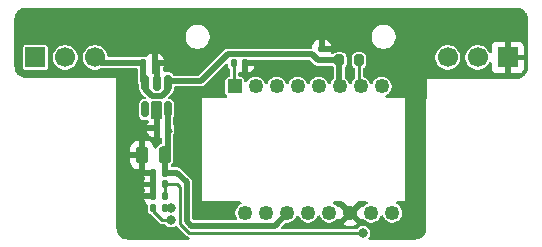
<source format=gbr>
G04 #@! TF.GenerationSoftware,KiCad,Pcbnew,9.0.2*
G04 #@! TF.CreationDate,2025-08-20T20:27:39-04:00*
G04 #@! TF.ProjectId,Trackball,54726163-6b62-4616-9c6c-2e6b69636164,rev?*
G04 #@! TF.SameCoordinates,Original*
G04 #@! TF.FileFunction,Copper,L1,Top*
G04 #@! TF.FilePolarity,Positive*
%FSLAX46Y46*%
G04 Gerber Fmt 4.6, Leading zero omitted, Abs format (unit mm)*
G04 Created by KiCad (PCBNEW 9.0.2) date 2025-08-20 20:27:39*
%MOMM*%
%LPD*%
G01*
G04 APERTURE LIST*
G04 Aperture macros list*
%AMRoundRect*
0 Rectangle with rounded corners*
0 $1 Rounding radius*
0 $2 $3 $4 $5 $6 $7 $8 $9 X,Y pos of 4 corners*
0 Add a 4 corners polygon primitive as box body*
4,1,4,$2,$3,$4,$5,$6,$7,$8,$9,$2,$3,0*
0 Add four circle primitives for the rounded corners*
1,1,$1+$1,$2,$3*
1,1,$1+$1,$4,$5*
1,1,$1+$1,$6,$7*
1,1,$1+$1,$8,$9*
0 Add four rect primitives between the rounded corners*
20,1,$1+$1,$2,$3,$4,$5,0*
20,1,$1+$1,$4,$5,$6,$7,0*
20,1,$1+$1,$6,$7,$8,$9,0*
20,1,$1+$1,$8,$9,$2,$3,0*%
G04 Aperture macros list end*
G04 #@! TA.AperFunction,SMDPad,CuDef*
%ADD10RoundRect,0.140000X0.170000X-0.140000X0.170000X0.140000X-0.170000X0.140000X-0.170000X-0.140000X0*%
G04 #@! TD*
G04 #@! TA.AperFunction,SMDPad,CuDef*
%ADD11RoundRect,0.140000X-0.140000X-0.170000X0.140000X-0.170000X0.140000X0.170000X-0.140000X0.170000X0*%
G04 #@! TD*
G04 #@! TA.AperFunction,SMDPad,CuDef*
%ADD12RoundRect,0.140000X0.140000X0.170000X-0.140000X0.170000X-0.140000X-0.170000X0.140000X-0.170000X0*%
G04 #@! TD*
G04 #@! TA.AperFunction,SMDPad,CuDef*
%ADD13RoundRect,0.150000X-0.150000X0.512500X-0.150000X-0.512500X0.150000X-0.512500X0.150000X0.512500X0*%
G04 #@! TD*
G04 #@! TA.AperFunction,SMDPad,CuDef*
%ADD14RoundRect,0.200000X-0.200000X-0.275000X0.200000X-0.275000X0.200000X0.275000X-0.200000X0.275000X0*%
G04 #@! TD*
G04 #@! TA.AperFunction,SMDPad,CuDef*
%ADD15RoundRect,0.250000X0.250000X0.475000X-0.250000X0.475000X-0.250000X-0.475000X0.250000X-0.475000X0*%
G04 #@! TD*
G04 #@! TA.AperFunction,ComponentPad*
%ADD16RoundRect,0.187500X-0.437500X-0.437500X0.437500X-0.437500X0.437500X0.437500X-0.437500X0.437500X0*%
G04 #@! TD*
G04 #@! TA.AperFunction,ComponentPad*
%ADD17O,1.250000X1.250000*%
G04 #@! TD*
G04 #@! TA.AperFunction,ComponentPad*
%ADD18R,1.700000X1.700000*%
G04 #@! TD*
G04 #@! TA.AperFunction,ComponentPad*
%ADD19C,1.700000*%
G04 #@! TD*
G04 #@! TA.AperFunction,ViaPad*
%ADD20C,0.800000*%
G04 #@! TD*
G04 #@! TA.AperFunction,Conductor*
%ADD21C,0.250000*%
G04 #@! TD*
G04 #@! TA.AperFunction,Conductor*
%ADD22C,0.500000*%
G04 #@! TD*
G04 APERTURE END LIST*
D10*
X118900000Y-165600000D03*
X118900000Y-164640000D03*
D11*
X104650000Y-178100000D03*
X105610000Y-178100000D03*
D12*
X105880000Y-171350000D03*
X104920000Y-171350000D03*
D11*
X103800000Y-165800000D03*
X104760000Y-165800000D03*
D12*
X105610000Y-175100000D03*
X104650000Y-175100000D03*
D13*
X105872000Y-167475000D03*
X104922000Y-167475000D03*
X103972000Y-167475000D03*
X103972000Y-169750000D03*
X105872000Y-169750000D03*
D11*
X111440000Y-165850000D03*
X112400000Y-165850000D03*
D14*
X120400000Y-165600000D03*
X122050000Y-165600000D03*
D12*
X105610000Y-176100000D03*
X104650000Y-176100000D03*
D15*
X105600000Y-173600000D03*
X103700000Y-173600000D03*
D12*
X105610000Y-177100000D03*
X104650000Y-177100000D03*
D16*
X111532000Y-167800000D03*
D17*
X113312000Y-167800000D03*
X115092000Y-167800000D03*
X116872000Y-167800000D03*
X118652000Y-167800000D03*
X120432000Y-167800000D03*
X122212000Y-167800000D03*
X123992000Y-167800000D03*
X124882000Y-178500000D03*
X123102000Y-178500000D03*
X121322000Y-178500000D03*
X119542000Y-178500000D03*
X117762000Y-178500000D03*
X115982000Y-178500000D03*
X114202000Y-178500000D03*
X112422000Y-178500000D03*
D18*
X94650000Y-165350000D03*
D19*
X97190000Y-165350000D03*
X99730000Y-165350000D03*
D18*
X134650000Y-165350000D03*
D19*
X132110000Y-165350000D03*
X129570000Y-165350000D03*
D20*
X109650000Y-178600000D03*
X102400000Y-164899000D03*
X126900000Y-179850000D03*
X107650000Y-173100000D03*
X134650000Y-162600000D03*
X115900000Y-162600000D03*
X126900000Y-174600000D03*
X94400000Y-162600000D03*
X102650000Y-179600000D03*
X104972000Y-169720437D03*
X115900000Y-166350000D03*
X106900000Y-168600000D03*
X126900000Y-171350000D03*
X125900000Y-162600000D03*
X103900000Y-162600000D03*
X122399047Y-180200000D03*
X106145495Y-179112508D03*
X106162653Y-178112653D03*
D21*
X121322000Y-178500000D02*
X122273000Y-179451000D01*
X122273000Y-179451000D02*
X126501000Y-179451000D01*
X126501000Y-179451000D02*
X126900000Y-179850000D01*
X121477303Y-178500000D02*
X121322000Y-178500000D01*
D22*
X104922000Y-167475000D02*
X104922000Y-165962000D01*
X109461677Y-178600000D02*
X109650000Y-178600000D01*
X103900000Y-163399000D02*
X102400000Y-164899000D01*
X104922000Y-165962000D02*
X104760000Y-165800000D01*
X103900000Y-162600000D02*
X103900000Y-163399000D01*
D21*
X106900000Y-176350000D02*
X106617706Y-176067706D01*
X122399047Y-180200000D02*
X107685413Y-180200000D01*
X106900000Y-179414587D02*
X106900000Y-176350000D01*
X107685413Y-180200000D02*
X106900000Y-179414587D01*
X105610000Y-177067706D02*
X105610000Y-176083853D01*
X106617706Y-176067706D02*
X105650000Y-176067706D01*
D22*
X107476000Y-175926000D02*
X107476000Y-179175999D01*
X105630000Y-175100000D02*
X106650000Y-175100000D01*
X114906000Y-179576000D02*
X115982000Y-178500000D01*
X107876000Y-179576000D02*
X114906000Y-179576000D01*
X105600000Y-173600000D02*
X105900000Y-173900000D01*
X105872000Y-169750000D02*
X105872000Y-171342000D01*
X107476000Y-179175999D02*
X107876000Y-179576000D01*
D21*
X105872000Y-171342000D02*
X105880000Y-171350000D01*
X105872000Y-171342000D02*
X106100000Y-171570000D01*
D22*
X106650000Y-175100000D02*
X107476000Y-175926000D01*
X105650000Y-173900000D02*
X105650000Y-175100000D01*
D21*
X105872000Y-173328000D02*
X105600000Y-173600000D01*
D22*
X105872000Y-171342000D02*
X105872000Y-173328000D01*
D21*
X105880000Y-173320000D02*
X105600000Y-173600000D01*
D22*
X103972000Y-167475000D02*
X103972000Y-168041600D01*
X105872000Y-167475000D02*
X105997000Y-167350000D01*
X105872000Y-168072000D02*
X105872000Y-167475000D01*
X103972000Y-168041600D02*
X104518900Y-168588500D01*
X110926000Y-165074000D02*
X118064001Y-165074000D01*
X118900000Y-165600000D02*
X120400000Y-165600000D01*
X100180000Y-165800000D02*
X103800000Y-165800000D01*
D21*
X99730000Y-165350000D02*
X99730000Y-165020000D01*
D22*
X120400000Y-167768000D02*
X120432000Y-167800000D01*
X99730000Y-165350000D02*
X100180000Y-165800000D01*
X103800000Y-167303000D02*
X103972000Y-167475000D01*
X118064001Y-165074000D02*
X118590001Y-165600000D01*
X105997000Y-167350000D02*
X108650000Y-167350000D01*
X120400000Y-165600000D02*
X120400000Y-167768000D01*
X108650000Y-167350000D02*
X110926000Y-165074000D01*
X104518900Y-168588500D02*
X105355500Y-168588500D01*
D21*
X99730000Y-165020000D02*
X99900000Y-164850000D01*
D22*
X118590001Y-165600000D02*
X118900000Y-165600000D01*
X105355500Y-168588500D02*
X105872000Y-168072000D01*
X103800000Y-165800000D02*
X103800000Y-167303000D01*
D21*
X105387204Y-179112508D02*
X104650000Y-178375304D01*
X106145495Y-179112508D02*
X105387204Y-179112508D01*
X104650000Y-178375304D02*
X104650000Y-178100000D01*
X106150000Y-178100000D02*
X106162653Y-178112653D01*
X105675306Y-178100000D02*
X106150000Y-178100000D01*
X111500000Y-167768000D02*
X111532000Y-167800000D01*
X111500000Y-165650000D02*
X111500000Y-167768000D01*
X122050000Y-165600000D02*
X122050000Y-167638000D01*
X122050000Y-167638000D02*
X122212000Y-167800000D01*
G04 #@! TA.AperFunction,Conductor*
G36*
X135405394Y-161125971D02*
G01*
X135558410Y-161139359D01*
X135579695Y-161143111D01*
X135722826Y-161181463D01*
X135743123Y-161188851D01*
X135877430Y-161251479D01*
X135896133Y-161262278D01*
X136017514Y-161347271D01*
X136034071Y-161361164D01*
X136138835Y-161465928D01*
X136152728Y-161482485D01*
X136237721Y-161603866D01*
X136248522Y-161622573D01*
X136311146Y-161756870D01*
X136318536Y-161777175D01*
X136356887Y-161920303D01*
X136360640Y-161941590D01*
X136374017Y-162094490D01*
X136374489Y-162105512D01*
X136367438Y-166165934D01*
X136367438Y-166165975D01*
X136367399Y-166184598D01*
X136367393Y-166184608D01*
X136367393Y-166187734D01*
X136367379Y-166187778D01*
X136366921Y-166198285D01*
X136353534Y-166351305D01*
X136349781Y-166372591D01*
X136311432Y-166515716D01*
X136304039Y-166536027D01*
X136241424Y-166670307D01*
X136230617Y-166689027D01*
X136145625Y-166810407D01*
X136131731Y-166826964D01*
X136026964Y-166931731D01*
X136010407Y-166945625D01*
X135889027Y-167030617D01*
X135870307Y-167041424D01*
X135736027Y-167104039D01*
X135715716Y-167111432D01*
X135572591Y-167149781D01*
X135551305Y-167153534D01*
X135402703Y-167166534D01*
X135402692Y-167166535D01*
X135392893Y-167167393D01*
X135384608Y-167167393D01*
X135381008Y-167170008D01*
X135362700Y-167172940D01*
X135357295Y-167172250D01*
X135343095Y-167174500D01*
X127799204Y-167174500D01*
X127789454Y-167174494D01*
X127789453Y-167174494D01*
X127789435Y-167174501D01*
X127783146Y-167180789D01*
X127783122Y-167180814D01*
X127781150Y-167182787D01*
X127774507Y-167189423D01*
X127774506Y-167189431D01*
X127774500Y-167189438D01*
X127774500Y-167200726D01*
X127772414Y-170568984D01*
X127766719Y-179763575D01*
X127766717Y-179764170D01*
X127766613Y-179783203D01*
X127766589Y-179783238D01*
X127766596Y-179786481D01*
X127766593Y-179787044D01*
X127766550Y-179787187D01*
X127766146Y-179796919D01*
X127753061Y-179950195D01*
X127749344Y-179971519D01*
X127711209Y-180114908D01*
X127703842Y-180135260D01*
X127641352Y-180269839D01*
X127630557Y-180288601D01*
X127545616Y-180410263D01*
X127531724Y-180426861D01*
X127426919Y-180531902D01*
X127410351Y-180545832D01*
X127288879Y-180631046D01*
X127270144Y-180641881D01*
X127259895Y-180646669D01*
X127135709Y-180704672D01*
X127115374Y-180712084D01*
X126972061Y-180750544D01*
X126950744Y-180754309D01*
X126797747Y-180767714D01*
X126786972Y-180768187D01*
X126784406Y-180768187D01*
X126784358Y-180768188D01*
X126783823Y-180768188D01*
X126783822Y-180768188D01*
X126770108Y-180768190D01*
X122977480Y-180768831D01*
X122910437Y-180749158D01*
X122864673Y-180696362D01*
X122854718Y-180627205D01*
X122876215Y-180576165D01*
X122875504Y-180575755D01*
X122878771Y-180570094D01*
X122879094Y-180569330D01*
X122879555Y-180568727D01*
X122879567Y-180568716D01*
X122958624Y-180431784D01*
X122999547Y-180279057D01*
X122999547Y-180120943D01*
X122958624Y-179968216D01*
X122948220Y-179950195D01*
X122879571Y-179831290D01*
X122879565Y-179831282D01*
X122767764Y-179719481D01*
X122767756Y-179719475D01*
X122630837Y-179640426D01*
X122630833Y-179640424D01*
X122630831Y-179640423D01*
X122478104Y-179599500D01*
X122319990Y-179599500D01*
X122167263Y-179640423D01*
X122167256Y-179640426D01*
X122030337Y-179719475D01*
X122030329Y-179719481D01*
X121912780Y-179837031D01*
X121910534Y-179834785D01*
X121866192Y-179867179D01*
X121824217Y-179874500D01*
X115543965Y-179874500D01*
X115476926Y-179854815D01*
X115431171Y-179802011D01*
X115421227Y-179732853D01*
X115450252Y-179669297D01*
X115456284Y-179662819D01*
X115602277Y-179516826D01*
X115764505Y-179354597D01*
X115825826Y-179321114D01*
X115876376Y-179320663D01*
X115900692Y-179325500D01*
X115900695Y-179325500D01*
X116063307Y-179325500D01*
X116170598Y-179304157D01*
X116222789Y-179293776D01*
X116373021Y-179231548D01*
X116373023Y-179231547D01*
X116440169Y-179186680D01*
X116508225Y-179141208D01*
X116623208Y-179026225D01*
X116713548Y-178891021D01*
X116757439Y-178785059D01*
X116801280Y-178730655D01*
X116867574Y-178708590D01*
X116935273Y-178725869D01*
X116982884Y-178777006D01*
X116986561Y-178785059D01*
X117030450Y-178891019D01*
X117030452Y-178891023D01*
X117120788Y-179026220D01*
X117120794Y-179026228D01*
X117235771Y-179141205D01*
X117235779Y-179141211D01*
X117370976Y-179231547D01*
X117370980Y-179231549D01*
X117517807Y-179292366D01*
X117521211Y-179293776D01*
X117521215Y-179293776D01*
X117521216Y-179293777D01*
X117680692Y-179325500D01*
X117680695Y-179325500D01*
X117843307Y-179325500D01*
X117950598Y-179304157D01*
X118002789Y-179293776D01*
X118153021Y-179231548D01*
X118153023Y-179231547D01*
X118220169Y-179186680D01*
X118288225Y-179141208D01*
X118403208Y-179026225D01*
X118493548Y-178891021D01*
X118537439Y-178785059D01*
X118581280Y-178730655D01*
X118647574Y-178708590D01*
X118715273Y-178725869D01*
X118762884Y-178777006D01*
X118766561Y-178785059D01*
X118810450Y-178891019D01*
X118810452Y-178891023D01*
X118900788Y-179026220D01*
X118900794Y-179026228D01*
X119015771Y-179141205D01*
X119015779Y-179141211D01*
X119150976Y-179231547D01*
X119150980Y-179231549D01*
X119297807Y-179292366D01*
X119301211Y-179293776D01*
X119301215Y-179293776D01*
X119301216Y-179293777D01*
X119460692Y-179325500D01*
X119460695Y-179325500D01*
X119623307Y-179325500D01*
X119730598Y-179304157D01*
X119782789Y-179293776D01*
X119933021Y-179231548D01*
X119933023Y-179231547D01*
X120000169Y-179186680D01*
X120068225Y-179141208D01*
X120158118Y-179051314D01*
X120219439Y-179017831D01*
X120289131Y-179022815D01*
X120345065Y-179064686D01*
X120356282Y-179082701D01*
X120359807Y-179089620D01*
X120359816Y-179089635D01*
X120367809Y-179100634D01*
X120367811Y-179100635D01*
X120947000Y-178521446D01*
X120947000Y-178549370D01*
X120972556Y-178644745D01*
X121021925Y-178730255D01*
X121091745Y-178800075D01*
X121177255Y-178849444D01*
X121272630Y-178875000D01*
X121300554Y-178875000D01*
X120721364Y-179454189D01*
X120732368Y-179462185D01*
X120890149Y-179542579D01*
X120890152Y-179542580D01*
X121058560Y-179597298D01*
X121233456Y-179625000D01*
X121410544Y-179625000D01*
X121585439Y-179597298D01*
X121753847Y-179542580D01*
X121753850Y-179542578D01*
X121911633Y-179462184D01*
X121922634Y-179454189D01*
X121922635Y-179454188D01*
X121343447Y-178875000D01*
X121371370Y-178875000D01*
X121466745Y-178849444D01*
X121552255Y-178800075D01*
X121622075Y-178730255D01*
X121671444Y-178644745D01*
X121697000Y-178549370D01*
X121697000Y-178521446D01*
X122276189Y-179100635D01*
X122276189Y-179100634D01*
X122284185Y-179089631D01*
X122287715Y-179082705D01*
X122335688Y-179031908D01*
X122403508Y-179015111D01*
X122469644Y-179037647D01*
X122485882Y-179051316D01*
X122575771Y-179141205D01*
X122575779Y-179141211D01*
X122710976Y-179231547D01*
X122710980Y-179231549D01*
X122857807Y-179292366D01*
X122861211Y-179293776D01*
X122861215Y-179293776D01*
X122861216Y-179293777D01*
X123020692Y-179325500D01*
X123020695Y-179325500D01*
X123183307Y-179325500D01*
X123290598Y-179304157D01*
X123342789Y-179293776D01*
X123493021Y-179231548D01*
X123493023Y-179231547D01*
X123560169Y-179186680D01*
X123628225Y-179141208D01*
X123743208Y-179026225D01*
X123833548Y-178891021D01*
X123877439Y-178785059D01*
X123921280Y-178730655D01*
X123987574Y-178708590D01*
X124055273Y-178725869D01*
X124102884Y-178777006D01*
X124106561Y-178785059D01*
X124150450Y-178891019D01*
X124150452Y-178891023D01*
X124240788Y-179026220D01*
X124240794Y-179026228D01*
X124355771Y-179141205D01*
X124355779Y-179141211D01*
X124490976Y-179231547D01*
X124490980Y-179231549D01*
X124637807Y-179292366D01*
X124641211Y-179293776D01*
X124641215Y-179293776D01*
X124641216Y-179293777D01*
X124800692Y-179325500D01*
X124800695Y-179325500D01*
X124963307Y-179325500D01*
X125070598Y-179304157D01*
X125122789Y-179293776D01*
X125273021Y-179231548D01*
X125273023Y-179231547D01*
X125340169Y-179186680D01*
X125408225Y-179141208D01*
X125523208Y-179026225D01*
X125613548Y-178891021D01*
X125675776Y-178740789D01*
X125694881Y-178644745D01*
X125707500Y-178581307D01*
X125707500Y-178418692D01*
X125675777Y-178259216D01*
X125675776Y-178259215D01*
X125675776Y-178259211D01*
X125630770Y-178150556D01*
X125613549Y-178108980D01*
X125613547Y-178108976D01*
X125523211Y-177973779D01*
X125523205Y-177973771D01*
X125408228Y-177858794D01*
X125408220Y-177858788D01*
X125273024Y-177768453D01*
X125262420Y-177764061D01*
X125208017Y-177720219D01*
X125185953Y-177653925D01*
X125203233Y-177586226D01*
X125254370Y-177538616D01*
X125309874Y-177525500D01*
X125962562Y-177525500D01*
X125977500Y-177510562D01*
X125977500Y-168789438D01*
X125962562Y-168774500D01*
X124419874Y-168774500D01*
X124352835Y-168754815D01*
X124307080Y-168702011D01*
X124297136Y-168632853D01*
X124326161Y-168569297D01*
X124372420Y-168535939D01*
X124383021Y-168531548D01*
X124518225Y-168441208D01*
X124633208Y-168326225D01*
X124701083Y-168224643D01*
X124723547Y-168191023D01*
X124723549Y-168191019D01*
X124765851Y-168088893D01*
X124785776Y-168040789D01*
X124808908Y-167924500D01*
X124817500Y-167881307D01*
X124817500Y-167718692D01*
X124785777Y-167559216D01*
X124785776Y-167559215D01*
X124785776Y-167559211D01*
X124767439Y-167514941D01*
X124723549Y-167408980D01*
X124723547Y-167408976D01*
X124633211Y-167273779D01*
X124633205Y-167273771D01*
X124518228Y-167158794D01*
X124518220Y-167158788D01*
X124383023Y-167068452D01*
X124383019Y-167068450D01*
X124232793Y-167006225D01*
X124232783Y-167006222D01*
X124073307Y-166974500D01*
X124073305Y-166974500D01*
X123910695Y-166974500D01*
X123910693Y-166974500D01*
X123751216Y-167006222D01*
X123751206Y-167006225D01*
X123600980Y-167068450D01*
X123600976Y-167068452D01*
X123465779Y-167158788D01*
X123465771Y-167158794D01*
X123350794Y-167273771D01*
X123350788Y-167273779D01*
X123260452Y-167408976D01*
X123216561Y-167514941D01*
X123172720Y-167569344D01*
X123106426Y-167591409D01*
X123038727Y-167574130D01*
X122991116Y-167522993D01*
X122987439Y-167514941D01*
X122943547Y-167408976D01*
X122853211Y-167273779D01*
X122853205Y-167273771D01*
X122738228Y-167158794D01*
X122738220Y-167158788D01*
X122603022Y-167068452D01*
X122452047Y-167005916D01*
X122397644Y-166962075D01*
X122375579Y-166895781D01*
X122375500Y-166891355D01*
X122375500Y-166336533D01*
X122395185Y-166269494D01*
X122443203Y-166226049D01*
X122488342Y-166203050D01*
X122578050Y-166113342D01*
X122635646Y-166000304D01*
X122635646Y-166000302D01*
X122635647Y-166000301D01*
X122650499Y-165906524D01*
X122650500Y-165906519D01*
X122650499Y-165293482D01*
X122649868Y-165289500D01*
X122645171Y-165259839D01*
X122643063Y-165246530D01*
X128519500Y-165246530D01*
X128519500Y-165453469D01*
X128559868Y-165656412D01*
X128559870Y-165656420D01*
X128625939Y-165815925D01*
X128639059Y-165847598D01*
X128678432Y-165906524D01*
X128754024Y-166019657D01*
X128900342Y-166165975D01*
X128900345Y-166165977D01*
X129072402Y-166280941D01*
X129263580Y-166360130D01*
X129408052Y-166388867D01*
X129466530Y-166400499D01*
X129466534Y-166400500D01*
X129466535Y-166400500D01*
X129673466Y-166400500D01*
X129673467Y-166400499D01*
X129876420Y-166360130D01*
X130067598Y-166280941D01*
X130239655Y-166165977D01*
X130385977Y-166019655D01*
X130500941Y-165847598D01*
X130580130Y-165656420D01*
X130620500Y-165453465D01*
X130620500Y-165246535D01*
X130620499Y-165246530D01*
X131059500Y-165246530D01*
X131059500Y-165453469D01*
X131099868Y-165656412D01*
X131099870Y-165656420D01*
X131165939Y-165815925D01*
X131179059Y-165847598D01*
X131218432Y-165906524D01*
X131294024Y-166019657D01*
X131440342Y-166165975D01*
X131440345Y-166165977D01*
X131612402Y-166280941D01*
X131803580Y-166360130D01*
X131948052Y-166388867D01*
X132006530Y-166400499D01*
X132006534Y-166400500D01*
X132006535Y-166400500D01*
X132213466Y-166400500D01*
X132213467Y-166400499D01*
X132416420Y-166360130D01*
X132607598Y-166280941D01*
X132779655Y-166165977D01*
X132925977Y-166019655D01*
X133040941Y-165847598D01*
X133061439Y-165798112D01*
X133105279Y-165743708D01*
X133171573Y-165721643D01*
X133239273Y-165738922D01*
X133286884Y-165790059D01*
X133300000Y-165845564D01*
X133300000Y-166247844D01*
X133306401Y-166307372D01*
X133306403Y-166307379D01*
X133356645Y-166442086D01*
X133356649Y-166442093D01*
X133442809Y-166557187D01*
X133442812Y-166557190D01*
X133557906Y-166643350D01*
X133557913Y-166643354D01*
X133692620Y-166693596D01*
X133692627Y-166693598D01*
X133752155Y-166699999D01*
X133752172Y-166700000D01*
X134400000Y-166700000D01*
X134400000Y-165783012D01*
X134457007Y-165815925D01*
X134584174Y-165850000D01*
X134715826Y-165850000D01*
X134842993Y-165815925D01*
X134900000Y-165783012D01*
X134900000Y-166700000D01*
X135547828Y-166700000D01*
X135547844Y-166699999D01*
X135607372Y-166693598D01*
X135607379Y-166693596D01*
X135742086Y-166643354D01*
X135742093Y-166643350D01*
X135857187Y-166557190D01*
X135857190Y-166557187D01*
X135943350Y-166442093D01*
X135943354Y-166442086D01*
X135993596Y-166307379D01*
X135993598Y-166307372D01*
X135999999Y-166247844D01*
X136000000Y-166247827D01*
X136000000Y-165600000D01*
X135083012Y-165600000D01*
X135115925Y-165542993D01*
X135150000Y-165415826D01*
X135150000Y-165284174D01*
X135115925Y-165157007D01*
X135083012Y-165100000D01*
X136000000Y-165100000D01*
X136000000Y-164452172D01*
X135999999Y-164452155D01*
X135993598Y-164392627D01*
X135993596Y-164392620D01*
X135943354Y-164257913D01*
X135943350Y-164257906D01*
X135857190Y-164142812D01*
X135857187Y-164142809D01*
X135742093Y-164056649D01*
X135742086Y-164056645D01*
X135607379Y-164006403D01*
X135607372Y-164006401D01*
X135547844Y-164000000D01*
X134900000Y-164000000D01*
X134900000Y-164916988D01*
X134842993Y-164884075D01*
X134715826Y-164850000D01*
X134584174Y-164850000D01*
X134457007Y-164884075D01*
X134400000Y-164916988D01*
X134400000Y-164000000D01*
X133752155Y-164000000D01*
X133692627Y-164006401D01*
X133692620Y-164006403D01*
X133557913Y-164056645D01*
X133557906Y-164056649D01*
X133442812Y-164142809D01*
X133442809Y-164142812D01*
X133356649Y-164257906D01*
X133356645Y-164257913D01*
X133306403Y-164392620D01*
X133306401Y-164392627D01*
X133300000Y-164452155D01*
X133300000Y-164854435D01*
X133280315Y-164921474D01*
X133227511Y-164967229D01*
X133158353Y-164977173D01*
X133094797Y-164948148D01*
X133061439Y-164901888D01*
X133040941Y-164852403D01*
X133040941Y-164852402D01*
X132925977Y-164680345D01*
X132925975Y-164680342D01*
X132779657Y-164534024D01*
X132657130Y-164452155D01*
X132607598Y-164419059D01*
X132559386Y-164399089D01*
X132416420Y-164339870D01*
X132416412Y-164339868D01*
X132213469Y-164299500D01*
X132213465Y-164299500D01*
X132006535Y-164299500D01*
X132006530Y-164299500D01*
X131803587Y-164339868D01*
X131803579Y-164339870D01*
X131612403Y-164419058D01*
X131440342Y-164534024D01*
X131294024Y-164680342D01*
X131179058Y-164852403D01*
X131099870Y-165043579D01*
X131099868Y-165043587D01*
X131059500Y-165246530D01*
X130620499Y-165246530D01*
X130580130Y-165043580D01*
X130500941Y-164852402D01*
X130385977Y-164680345D01*
X130385975Y-164680342D01*
X130239657Y-164534024D01*
X130117130Y-164452155D01*
X130067598Y-164419059D01*
X130019386Y-164399089D01*
X129876420Y-164339870D01*
X129876412Y-164339868D01*
X129673469Y-164299500D01*
X129673465Y-164299500D01*
X129466535Y-164299500D01*
X129466530Y-164299500D01*
X129263587Y-164339868D01*
X129263579Y-164339870D01*
X129072403Y-164419058D01*
X128900342Y-164534024D01*
X128754024Y-164680342D01*
X128639058Y-164852403D01*
X128559870Y-165043579D01*
X128559868Y-165043587D01*
X128519500Y-165246530D01*
X122643063Y-165246530D01*
X122635646Y-165199696D01*
X122578050Y-165086658D01*
X122578046Y-165086654D01*
X122578045Y-165086652D01*
X122488347Y-164996954D01*
X122488344Y-164996952D01*
X122488342Y-164996950D01*
X122396004Y-164949901D01*
X122375301Y-164939352D01*
X122281524Y-164924500D01*
X121818482Y-164924500D01*
X121737519Y-164937323D01*
X121724696Y-164939354D01*
X121611658Y-164996950D01*
X121611657Y-164996951D01*
X121611652Y-164996954D01*
X121521954Y-165086652D01*
X121521951Y-165086657D01*
X121464352Y-165199698D01*
X121449500Y-165293475D01*
X121449500Y-165906517D01*
X121460188Y-165974000D01*
X121464354Y-166000304D01*
X121521950Y-166113342D01*
X121521952Y-166113344D01*
X121521954Y-166113347D01*
X121611652Y-166203045D01*
X121611654Y-166203046D01*
X121611658Y-166203050D01*
X121656796Y-166226049D01*
X121707591Y-166274023D01*
X121724500Y-166336533D01*
X121724500Y-167068704D01*
X121704815Y-167135743D01*
X121688181Y-167156385D01*
X121570794Y-167273771D01*
X121570788Y-167273779D01*
X121480452Y-167408976D01*
X121436561Y-167514941D01*
X121392720Y-167569344D01*
X121326426Y-167591409D01*
X121258727Y-167574130D01*
X121211116Y-167522993D01*
X121207439Y-167514941D01*
X121163547Y-167408976D01*
X121073211Y-167273779D01*
X121073205Y-167273771D01*
X120958228Y-167158794D01*
X120905608Y-167123634D01*
X120860804Y-167070021D01*
X120850500Y-167020532D01*
X120850500Y-166242254D01*
X120870185Y-166175215D01*
X120886820Y-166154572D01*
X120928046Y-166113346D01*
X120928050Y-166113342D01*
X120985646Y-166000304D01*
X120985646Y-166000302D01*
X120985647Y-166000301D01*
X121000499Y-165906524D01*
X121000500Y-165906519D01*
X121000499Y-165293482D01*
X120985646Y-165199696D01*
X120928050Y-165086658D01*
X120928046Y-165086654D01*
X120928045Y-165086652D01*
X120838347Y-164996954D01*
X120838344Y-164996952D01*
X120838342Y-164996950D01*
X120746004Y-164949901D01*
X120725301Y-164939352D01*
X120631524Y-164924500D01*
X120168482Y-164924500D01*
X120087519Y-164937323D01*
X120074696Y-164939354D01*
X119961658Y-164996950D01*
X119961657Y-164996951D01*
X119961655Y-164996951D01*
X119896901Y-165061706D01*
X119835577Y-165095190D01*
X119765886Y-165090205D01*
X119709952Y-165048334D01*
X119685536Y-164982869D01*
X119690144Y-164939429D01*
X119704505Y-164890000D01*
X119024000Y-164890000D01*
X118956961Y-164870315D01*
X118911206Y-164817511D01*
X118900000Y-164766000D01*
X118900000Y-164640000D01*
X118774000Y-164640000D01*
X118706961Y-164620315D01*
X118661206Y-164567511D01*
X118650000Y-164516000D01*
X118650000Y-164390000D01*
X119150000Y-164390000D01*
X119704504Y-164390000D01*
X119662031Y-164243804D01*
X119579721Y-164104625D01*
X119579714Y-164104616D01*
X119465383Y-163990285D01*
X119465374Y-163990278D01*
X119326195Y-163907968D01*
X119326190Y-163907966D01*
X119170918Y-163862855D01*
X119170912Y-163862854D01*
X119150000Y-163861209D01*
X119150000Y-164390000D01*
X118650000Y-164390000D01*
X118650000Y-163861210D01*
X118649999Y-163861209D01*
X118629087Y-163862854D01*
X118629081Y-163862855D01*
X118473809Y-163907966D01*
X118473804Y-163907968D01*
X118334625Y-163990278D01*
X118334616Y-163990285D01*
X118220285Y-164104616D01*
X118220278Y-164104625D01*
X118137969Y-164243803D01*
X118092854Y-164399089D01*
X118092854Y-164399092D01*
X118090000Y-164435355D01*
X118090000Y-164499500D01*
X118070315Y-164566539D01*
X118017511Y-164612294D01*
X117966000Y-164623500D01*
X110866691Y-164623500D01*
X110776325Y-164647713D01*
X110776324Y-164647712D01*
X110752116Y-164654199D01*
X110752113Y-164654200D01*
X110649386Y-164713511D01*
X110649383Y-164713513D01*
X108499716Y-166863181D01*
X108438393Y-166896666D01*
X108412035Y-166899500D01*
X106458747Y-166899500D01*
X106391708Y-166879815D01*
X106347346Y-166829960D01*
X106346344Y-166827910D01*
X106311198Y-166756017D01*
X106311196Y-166756015D01*
X106311196Y-166756014D01*
X106228485Y-166673303D01*
X106123391Y-166621926D01*
X106055261Y-166612000D01*
X106055260Y-166612000D01*
X105690033Y-166612000D01*
X105660143Y-166603223D01*
X105629752Y-166596361D01*
X105626101Y-166593227D01*
X105622994Y-166592315D01*
X105601664Y-166574989D01*
X105471245Y-166442501D01*
X105454923Y-166412041D01*
X105438448Y-166381870D01*
X105438484Y-166381364D01*
X105438244Y-166380916D01*
X105440972Y-166346562D01*
X105443432Y-166312178D01*
X105443758Y-166311493D01*
X105443777Y-166311265D01*
X105444021Y-166310943D01*
X105452883Y-166292389D01*
X105492032Y-166226193D01*
X105492033Y-166226190D01*
X105537144Y-166070918D01*
X105537145Y-166070912D01*
X105538790Y-166050000D01*
X105010000Y-166050000D01*
X105010000Y-166182500D01*
X105048000Y-166182500D01*
X105115039Y-166202185D01*
X105160794Y-166254989D01*
X105172000Y-166306500D01*
X105172000Y-167351000D01*
X105152315Y-167418039D01*
X105099511Y-167463794D01*
X105048000Y-167475000D01*
X104796000Y-167475000D01*
X104728961Y-167455315D01*
X104683206Y-167402511D01*
X104672000Y-167351000D01*
X104672000Y-166740000D01*
X104634000Y-166740000D01*
X104566961Y-166720315D01*
X104521206Y-166667511D01*
X104510000Y-166616000D01*
X104510000Y-164995494D01*
X105010000Y-164995494D01*
X105010000Y-165550000D01*
X105538790Y-165550000D01*
X105537145Y-165529089D01*
X105492031Y-165373804D01*
X105409721Y-165234625D01*
X105409714Y-165234616D01*
X105295383Y-165120285D01*
X105295374Y-165120278D01*
X105156193Y-165037967D01*
X105156190Y-165037965D01*
X105010001Y-164995493D01*
X105010000Y-164995494D01*
X104510000Y-164995494D01*
X104509998Y-164995493D01*
X104363809Y-165037965D01*
X104363806Y-165037967D01*
X104224625Y-165120278D01*
X104224620Y-165120282D01*
X104110282Y-165234621D01*
X104105499Y-165240788D01*
X104103544Y-165239272D01*
X104061362Y-165278644D01*
X103992618Y-165291135D01*
X103989537Y-165290768D01*
X103979904Y-165289500D01*
X103620105Y-165289500D01*
X103607686Y-165291135D01*
X103570513Y-165296028D01*
X103570511Y-165296029D01*
X103570509Y-165296029D01*
X103480757Y-165337882D01*
X103428352Y-165349500D01*
X100902745Y-165349500D01*
X100835706Y-165329815D01*
X100789951Y-165277011D01*
X100781128Y-165249691D01*
X100755231Y-165119500D01*
X100740130Y-165043580D01*
X100660941Y-164852402D01*
X100545977Y-164680345D01*
X100545975Y-164680342D01*
X100399657Y-164534024D01*
X100277130Y-164452155D01*
X100227598Y-164419059D01*
X100179386Y-164399089D01*
X100036420Y-164339870D01*
X100036412Y-164339868D01*
X99833469Y-164299500D01*
X99833465Y-164299500D01*
X99626535Y-164299500D01*
X99626530Y-164299500D01*
X99423587Y-164339868D01*
X99423579Y-164339870D01*
X99232403Y-164419058D01*
X99060342Y-164534024D01*
X98914024Y-164680342D01*
X98799058Y-164852403D01*
X98719870Y-165043579D01*
X98719868Y-165043587D01*
X98679500Y-165246530D01*
X98679500Y-165453469D01*
X98719868Y-165656412D01*
X98719870Y-165656420D01*
X98785939Y-165815925D01*
X98799059Y-165847598D01*
X98838432Y-165906524D01*
X98914024Y-166019657D01*
X99060342Y-166165975D01*
X99060345Y-166165977D01*
X99232402Y-166280941D01*
X99423580Y-166360130D01*
X99568052Y-166388867D01*
X99626530Y-166400499D01*
X99626534Y-166400500D01*
X99626535Y-166400500D01*
X99833466Y-166400500D01*
X99833467Y-166400499D01*
X100036420Y-166360130D01*
X100227598Y-166280941D01*
X100241882Y-166271396D01*
X100308559Y-166250520D01*
X100310771Y-166250500D01*
X103225500Y-166250500D01*
X103292539Y-166270185D01*
X103338294Y-166322989D01*
X103349500Y-166374500D01*
X103349500Y-167362308D01*
X103370986Y-167442499D01*
X103380200Y-167476885D01*
X103380200Y-167476886D01*
X103380201Y-167476887D01*
X103439511Y-167579614D01*
X103439514Y-167579617D01*
X103444458Y-167586060D01*
X103442067Y-167587894D01*
X103468666Y-167636607D01*
X103471500Y-167662965D01*
X103471500Y-168020760D01*
X103481426Y-168088891D01*
X103532803Y-168193985D01*
X103537781Y-168198963D01*
X103557487Y-168224643D01*
X103611511Y-168318214D01*
X103611513Y-168318216D01*
X103968616Y-168675319D01*
X104002101Y-168736642D01*
X103997117Y-168806334D01*
X103955245Y-168862267D01*
X103889781Y-168886684D01*
X103880935Y-168887000D01*
X103788739Y-168887000D01*
X103720608Y-168896926D01*
X103615514Y-168948303D01*
X103532803Y-169031014D01*
X103481426Y-169136108D01*
X103471500Y-169204239D01*
X103471500Y-170295760D01*
X103481426Y-170363891D01*
X103532803Y-170468985D01*
X103615514Y-170551696D01*
X103615515Y-170551696D01*
X103615517Y-170551698D01*
X103720607Y-170603073D01*
X103754673Y-170608036D01*
X103788739Y-170613000D01*
X104154383Y-170613000D01*
X104221422Y-170632685D01*
X104267177Y-170685489D01*
X104277121Y-170754647D01*
X104261115Y-170800121D01*
X104187968Y-170923804D01*
X104187966Y-170923809D01*
X104142855Y-171079081D01*
X104142854Y-171079087D01*
X104141209Y-171099999D01*
X104141210Y-171100000D01*
X104670000Y-171100000D01*
X104670000Y-170545494D01*
X104669998Y-170545493D01*
X104593804Y-170567630D01*
X104523934Y-170567431D01*
X104465264Y-170529489D01*
X104436421Y-170465850D01*
X104446562Y-170396721D01*
X104447809Y-170394093D01*
X104462573Y-170363892D01*
X104472500Y-170295760D01*
X104472500Y-169204240D01*
X104469096Y-169180879D01*
X104478908Y-169111702D01*
X104524563Y-169058812D01*
X104591566Y-169039000D01*
X105252200Y-169039000D01*
X105319239Y-169058685D01*
X105364994Y-169111489D01*
X105374938Y-169180647D01*
X105374904Y-169180879D01*
X105371500Y-169204240D01*
X105371500Y-170295760D01*
X105381426Y-170363892D01*
X105381426Y-170363893D01*
X105396853Y-170395449D01*
X105408611Y-170464322D01*
X105381268Y-170528619D01*
X105323503Y-170567925D01*
X105253657Y-170569762D01*
X105250857Y-170568984D01*
X105170001Y-170545493D01*
X105170000Y-170545494D01*
X105170000Y-172154503D01*
X105262906Y-172127513D01*
X105332775Y-172127713D01*
X105391445Y-172165656D01*
X105420288Y-172229294D01*
X105421500Y-172246590D01*
X105421500Y-172550500D01*
X105401815Y-172617539D01*
X105349011Y-172663294D01*
X105298624Y-172674255D01*
X105298630Y-172674364D01*
X105297986Y-172674394D01*
X105297500Y-172674500D01*
X105295730Y-172674500D01*
X105265300Y-172677353D01*
X105265298Y-172677353D01*
X105137119Y-172722206D01*
X105137117Y-172722207D01*
X105027850Y-172802850D01*
X104947207Y-172912117D01*
X104924842Y-172976033D01*
X104884120Y-173032808D01*
X104819167Y-173058555D01*
X104750605Y-173045098D01*
X104700203Y-172996711D01*
X104690095Y-172974081D01*
X104634358Y-172805880D01*
X104634356Y-172805875D01*
X104542315Y-172656654D01*
X104418345Y-172532684D01*
X104269124Y-172440643D01*
X104269119Y-172440641D01*
X104102697Y-172385494D01*
X104102690Y-172385493D01*
X103999986Y-172375000D01*
X103950000Y-172375000D01*
X103950000Y-174850000D01*
X104526000Y-174850000D01*
X104593039Y-174869685D01*
X104638794Y-174922489D01*
X104650000Y-174974000D01*
X104650000Y-175100000D01*
X104776000Y-175100000D01*
X104843039Y-175119685D01*
X104888794Y-175172489D01*
X104900000Y-175224000D01*
X104900000Y-176976000D01*
X104880315Y-177043039D01*
X104827511Y-177088794D01*
X104776000Y-177100000D01*
X104650000Y-177100000D01*
X104650000Y-177226000D01*
X104630315Y-177293039D01*
X104577511Y-177338794D01*
X104526000Y-177350000D01*
X103871210Y-177350000D01*
X103872854Y-177370910D01*
X103917968Y-177526195D01*
X104000278Y-177665374D01*
X104000285Y-177665383D01*
X104114616Y-177779714D01*
X104120785Y-177784499D01*
X104118836Y-177787010D01*
X104156512Y-177827377D01*
X104168410Y-177886040D01*
X104169500Y-177886040D01*
X104169500Y-178309894D01*
X104169501Y-178309900D01*
X104176028Y-178359487D01*
X104226776Y-178468316D01*
X104311684Y-178553224D01*
X104396628Y-178592834D01*
X104431904Y-178617535D01*
X105187342Y-179372973D01*
X105261565Y-179415826D01*
X105344351Y-179438008D01*
X105570665Y-179438008D01*
X105637704Y-179457693D01*
X105658174Y-179476530D01*
X105659228Y-179475477D01*
X105664975Y-179481224D01*
X105776779Y-179593028D01*
X105776781Y-179593029D01*
X105776785Y-179593032D01*
X105908882Y-179669297D01*
X105913711Y-179672085D01*
X106066438Y-179713008D01*
X106066440Y-179713008D01*
X106224550Y-179713008D01*
X106224552Y-179713008D01*
X106377279Y-179672085D01*
X106497682Y-179602571D01*
X106565583Y-179586098D01*
X106631609Y-179608951D01*
X106647363Y-179622277D01*
X107424946Y-180399859D01*
X107424948Y-180399862D01*
X107485551Y-180460465D01*
X107522663Y-180481891D01*
X107531783Y-180487157D01*
X107531786Y-180487159D01*
X107559771Y-180503317D01*
X107559773Y-180503317D01*
X107559774Y-180503318D01*
X107642560Y-180525501D01*
X107642562Y-180525501D01*
X107650410Y-180527604D01*
X107649500Y-180530996D01*
X107698586Y-180552584D01*
X107737184Y-180610824D01*
X107738167Y-180680687D01*
X107701224Y-180739991D01*
X107638083Y-180769907D01*
X107618731Y-180771430D01*
X102505412Y-180772296D01*
X102494598Y-180771825D01*
X102341809Y-180758476D01*
X102320552Y-180754733D01*
X102177610Y-180716487D01*
X102157325Y-180709116D01*
X102096260Y-180680687D01*
X102023183Y-180646665D01*
X102004488Y-180635889D01*
X101919039Y-180576165D01*
X101883217Y-180551127D01*
X101866669Y-180537270D01*
X101761924Y-180432755D01*
X101748030Y-180416237D01*
X101729171Y-180389380D01*
X101662999Y-180295147D01*
X101652184Y-180276479D01*
X101589438Y-180142475D01*
X101582021Y-180122205D01*
X101543463Y-179979351D01*
X101539674Y-179958104D01*
X101525997Y-179805457D01*
X101525504Y-179794436D01*
X101525503Y-176849999D01*
X103871209Y-176849999D01*
X103871210Y-176850000D01*
X104400000Y-176850000D01*
X104400000Y-176350000D01*
X103871210Y-176350000D01*
X103872854Y-176370910D01*
X103917968Y-176526195D01*
X103917968Y-176526196D01*
X103924288Y-176536882D01*
X103941468Y-176604607D01*
X103924288Y-176663118D01*
X103917968Y-176673803D01*
X103917966Y-176673809D01*
X103872855Y-176829081D01*
X103872854Y-176829087D01*
X103871209Y-176849999D01*
X101525503Y-176849999D01*
X101525503Y-175849999D01*
X103871209Y-175849999D01*
X103871210Y-175850000D01*
X104400000Y-175850000D01*
X104400000Y-175350000D01*
X103871210Y-175350000D01*
X103872854Y-175370910D01*
X103917968Y-175526195D01*
X103917968Y-175526196D01*
X103924288Y-175536882D01*
X103941468Y-175604607D01*
X103924288Y-175663118D01*
X103917968Y-175673803D01*
X103917966Y-175673809D01*
X103872855Y-175829081D01*
X103872854Y-175829087D01*
X103871209Y-175849999D01*
X101525503Y-175849999D01*
X101525502Y-174124986D01*
X102700001Y-174124986D01*
X102710494Y-174227697D01*
X102765641Y-174394119D01*
X102765643Y-174394124D01*
X102857684Y-174543345D01*
X102981654Y-174667315D01*
X103130875Y-174759356D01*
X103130880Y-174759358D01*
X103297302Y-174814505D01*
X103297309Y-174814506D01*
X103400019Y-174824999D01*
X103449999Y-174824998D01*
X103450000Y-174824998D01*
X103450000Y-173850000D01*
X102700001Y-173850000D01*
X102700001Y-174124986D01*
X101525502Y-174124986D01*
X101525502Y-173075013D01*
X102700000Y-173075013D01*
X102700000Y-173350000D01*
X103450000Y-173350000D01*
X103450000Y-172375000D01*
X103449999Y-172374999D01*
X103400029Y-172375000D01*
X103400011Y-172375001D01*
X103297302Y-172385494D01*
X103130880Y-172440641D01*
X103130875Y-172440643D01*
X102981654Y-172532684D01*
X102857684Y-172656654D01*
X102765643Y-172805875D01*
X102765641Y-172805880D01*
X102710494Y-172972302D01*
X102710493Y-172972309D01*
X102700000Y-173075013D01*
X101525502Y-173075013D01*
X101525502Y-171600000D01*
X104141210Y-171600000D01*
X104142854Y-171620910D01*
X104187968Y-171776195D01*
X104270278Y-171915374D01*
X104270285Y-171915383D01*
X104384616Y-172029714D01*
X104384625Y-172029721D01*
X104523804Y-172112031D01*
X104670000Y-172154504D01*
X104670000Y-171600000D01*
X104141210Y-171600000D01*
X101525502Y-171600000D01*
X101525500Y-167089438D01*
X101510562Y-167074500D01*
X93862519Y-167074500D01*
X93851712Y-167074028D01*
X93698694Y-167060641D01*
X93677409Y-167056888D01*
X93534283Y-167018539D01*
X93513971Y-167011146D01*
X93379687Y-166948529D01*
X93360968Y-166937722D01*
X93239591Y-166852734D01*
X93223033Y-166838840D01*
X93118262Y-166734069D01*
X93104375Y-166717520D01*
X93019379Y-166596135D01*
X93008575Y-166577421D01*
X92953506Y-166459326D01*
X92945952Y-166443127D01*
X92938562Y-166422822D01*
X92936566Y-166415374D01*
X92908671Y-166311265D01*
X92900212Y-166279696D01*
X92896459Y-166258410D01*
X92893640Y-166226193D01*
X92883079Y-166105474D01*
X92882607Y-166094667D01*
X92882607Y-164480247D01*
X93599500Y-164480247D01*
X93599500Y-166219752D01*
X93611131Y-166278229D01*
X93611132Y-166278230D01*
X93655447Y-166344552D01*
X93721769Y-166388867D01*
X93721770Y-166388868D01*
X93780247Y-166400499D01*
X93780250Y-166400500D01*
X93780252Y-166400500D01*
X95519750Y-166400500D01*
X95519751Y-166400499D01*
X95534568Y-166397552D01*
X95578229Y-166388868D01*
X95578229Y-166388867D01*
X95578231Y-166388867D01*
X95644552Y-166344552D01*
X95688867Y-166278231D01*
X95688867Y-166278229D01*
X95688868Y-166278229D01*
X95699218Y-166226193D01*
X95700500Y-166219748D01*
X95700500Y-165246530D01*
X96139500Y-165246530D01*
X96139500Y-165453469D01*
X96179868Y-165656412D01*
X96179870Y-165656420D01*
X96245939Y-165815925D01*
X96259059Y-165847598D01*
X96298432Y-165906524D01*
X96374024Y-166019657D01*
X96520342Y-166165975D01*
X96520345Y-166165977D01*
X96692402Y-166280941D01*
X96883580Y-166360130D01*
X97028052Y-166388867D01*
X97086530Y-166400499D01*
X97086534Y-166400500D01*
X97086535Y-166400500D01*
X97293466Y-166400500D01*
X97293467Y-166400499D01*
X97496420Y-166360130D01*
X97687598Y-166280941D01*
X97859655Y-166165977D01*
X98005977Y-166019655D01*
X98120941Y-165847598D01*
X98200130Y-165656420D01*
X98240500Y-165453465D01*
X98240500Y-165246535D01*
X98200130Y-165043580D01*
X98120941Y-164852402D01*
X98005977Y-164680345D01*
X98005975Y-164680342D01*
X97859657Y-164534024D01*
X97737130Y-164452155D01*
X97687598Y-164419059D01*
X97639386Y-164399089D01*
X97496420Y-164339870D01*
X97496412Y-164339868D01*
X97293469Y-164299500D01*
X97293465Y-164299500D01*
X97086535Y-164299500D01*
X97086530Y-164299500D01*
X96883587Y-164339868D01*
X96883579Y-164339870D01*
X96692403Y-164419058D01*
X96520342Y-164534024D01*
X96374024Y-164680342D01*
X96259058Y-164852403D01*
X96179870Y-165043579D01*
X96179868Y-165043587D01*
X96139500Y-165246530D01*
X95700500Y-165246530D01*
X95700500Y-164480252D01*
X95700500Y-164480249D01*
X95700499Y-164480247D01*
X95688868Y-164421770D01*
X95688867Y-164421769D01*
X95644552Y-164355447D01*
X95578230Y-164311132D01*
X95578229Y-164311131D01*
X95519752Y-164299500D01*
X95519748Y-164299500D01*
X93780252Y-164299500D01*
X93780247Y-164299500D01*
X93721770Y-164311131D01*
X93721769Y-164311132D01*
X93655447Y-164355447D01*
X93611132Y-164421769D01*
X93611131Y-164421770D01*
X93599500Y-164480247D01*
X92882607Y-164480247D01*
X92882607Y-163498992D01*
X107374500Y-163498992D01*
X107374500Y-163701007D01*
X107413907Y-163899119D01*
X107413909Y-163899127D01*
X107491212Y-164085752D01*
X107491217Y-164085762D01*
X107603441Y-164253718D01*
X107746281Y-164396558D01*
X107914237Y-164508782D01*
X107914241Y-164508784D01*
X107914244Y-164508786D01*
X108100873Y-164586091D01*
X108272930Y-164620315D01*
X108298992Y-164625499D01*
X108298996Y-164625500D01*
X108298997Y-164625500D01*
X108501004Y-164625500D01*
X108501005Y-164625499D01*
X108699127Y-164586091D01*
X108885756Y-164508786D01*
X109053718Y-164396558D01*
X109196558Y-164253718D01*
X109308786Y-164085756D01*
X109386091Y-163899127D01*
X109425500Y-163701003D01*
X109425500Y-163498997D01*
X109425499Y-163498992D01*
X123124500Y-163498992D01*
X123124500Y-163701007D01*
X123163907Y-163899119D01*
X123163909Y-163899127D01*
X123241212Y-164085752D01*
X123241217Y-164085762D01*
X123353441Y-164253718D01*
X123496281Y-164396558D01*
X123664237Y-164508782D01*
X123664241Y-164508784D01*
X123664244Y-164508786D01*
X123850873Y-164586091D01*
X124022930Y-164620315D01*
X124048992Y-164625499D01*
X124048996Y-164625500D01*
X124048997Y-164625500D01*
X124251004Y-164625500D01*
X124251005Y-164625499D01*
X124449127Y-164586091D01*
X124635756Y-164508786D01*
X124803718Y-164396558D01*
X124946558Y-164253718D01*
X125058786Y-164085756D01*
X125136091Y-163899127D01*
X125175500Y-163701003D01*
X125175500Y-163498997D01*
X125136091Y-163300873D01*
X125058786Y-163114244D01*
X125058784Y-163114241D01*
X125058782Y-163114237D01*
X124946558Y-162946281D01*
X124803718Y-162803441D01*
X124635762Y-162691217D01*
X124635752Y-162691212D01*
X124449127Y-162613909D01*
X124449119Y-162613907D01*
X124251007Y-162574500D01*
X124251003Y-162574500D01*
X124048997Y-162574500D01*
X124048992Y-162574500D01*
X123850880Y-162613907D01*
X123850872Y-162613909D01*
X123664247Y-162691212D01*
X123664237Y-162691217D01*
X123496281Y-162803441D01*
X123353441Y-162946281D01*
X123241217Y-163114237D01*
X123241212Y-163114247D01*
X123163909Y-163300872D01*
X123163907Y-163300880D01*
X123124500Y-163498992D01*
X109425499Y-163498992D01*
X109386091Y-163300873D01*
X109308786Y-163114244D01*
X109308784Y-163114241D01*
X109308782Y-163114237D01*
X109196558Y-162946281D01*
X109053718Y-162803441D01*
X108885762Y-162691217D01*
X108885752Y-162691212D01*
X108699127Y-162613909D01*
X108699119Y-162613907D01*
X108501007Y-162574500D01*
X108501003Y-162574500D01*
X108298997Y-162574500D01*
X108298992Y-162574500D01*
X108100880Y-162613907D01*
X108100872Y-162613909D01*
X107914247Y-162691212D01*
X107914237Y-162691217D01*
X107746281Y-162803441D01*
X107603441Y-162946281D01*
X107491217Y-163114237D01*
X107491212Y-163114247D01*
X107413909Y-163300872D01*
X107413907Y-163300880D01*
X107374500Y-163498992D01*
X92882607Y-163498992D01*
X92882607Y-162105412D01*
X92883079Y-162094605D01*
X92890456Y-162010281D01*
X92896466Y-161941587D01*
X92900219Y-161920304D01*
X92923460Y-161833567D01*
X92938571Y-161777172D01*
X92945957Y-161756878D01*
X93008580Y-161622582D01*
X93019386Y-161603867D01*
X93019387Y-161603866D01*
X93104379Y-161482485D01*
X93118262Y-161465940D01*
X93223047Y-161361156D01*
X93239587Y-161347277D01*
X93360984Y-161262274D01*
X93379673Y-161251484D01*
X93513990Y-161188852D01*
X93534277Y-161181469D01*
X93677417Y-161143116D01*
X93698687Y-161139366D01*
X93782855Y-161132002D01*
X93851797Y-161125972D01*
X93862603Y-161125500D01*
X93865392Y-161125500D01*
X135391715Y-161125500D01*
X135394588Y-161125500D01*
X135405394Y-161125971D01*
G37*
G04 #@! TD.AperFunction*
G04 #@! TA.AperFunction,Conductor*
G36*
X110878833Y-165860781D02*
G01*
X110934767Y-165902653D01*
X110959184Y-165968117D01*
X110959500Y-165976962D01*
X110959500Y-166059894D01*
X110959501Y-166059900D01*
X110966028Y-166109487D01*
X110966029Y-166109489D01*
X110966029Y-166109490D01*
X111002536Y-166187778D01*
X111016776Y-166218316D01*
X111101684Y-166303224D01*
X111102900Y-166303791D01*
X111104479Y-166305181D01*
X111110570Y-166309446D01*
X111110094Y-166310124D01*
X111155341Y-166349960D01*
X111174500Y-166416175D01*
X111174500Y-166851177D01*
X111154815Y-166918216D01*
X111102011Y-166963971D01*
X111068603Y-166972626D01*
X111068780Y-166973738D01*
X110973111Y-166988889D01*
X110973110Y-166988889D01*
X110863595Y-167044690D01*
X110863591Y-167044693D01*
X110776693Y-167131591D01*
X110776690Y-167131595D01*
X110720889Y-167241111D01*
X110706500Y-167331966D01*
X110706500Y-168268037D01*
X110720889Y-168358888D01*
X110720889Y-168358889D01*
X110720890Y-168358892D01*
X110720891Y-168358893D01*
X110762832Y-168441208D01*
X110776690Y-168468404D01*
X110776693Y-168468408D01*
X110870497Y-168562212D01*
X110867849Y-168564859D01*
X110899189Y-168605477D01*
X110905190Y-168675088D01*
X110872603Y-168736893D01*
X110811774Y-168771269D01*
X110783652Y-168774500D01*
X108741437Y-168774500D01*
X108726500Y-168789437D01*
X108726500Y-177510562D01*
X108741438Y-177525500D01*
X111994126Y-177525500D01*
X112061165Y-177545185D01*
X112106920Y-177597989D01*
X112116864Y-177667147D01*
X112087839Y-177730703D01*
X112041580Y-177764061D01*
X112030975Y-177768453D01*
X111895779Y-177858788D01*
X111895771Y-177858794D01*
X111780794Y-177973771D01*
X111780788Y-177973779D01*
X111690452Y-178108976D01*
X111690450Y-178108980D01*
X111628225Y-178259206D01*
X111628222Y-178259216D01*
X111596500Y-178418692D01*
X111596500Y-178418695D01*
X111596500Y-178581305D01*
X111596500Y-178581307D01*
X111596499Y-178581307D01*
X111628222Y-178740783D01*
X111628225Y-178740793D01*
X111690450Y-178891019D01*
X111690452Y-178891022D01*
X111718240Y-178932610D01*
X111739118Y-178999287D01*
X111720633Y-179066667D01*
X111668654Y-179113357D01*
X111615138Y-179125500D01*
X108113966Y-179125500D01*
X108084528Y-179116855D01*
X108054538Y-179110332D01*
X108049521Y-179106576D01*
X108046927Y-179105815D01*
X108026284Y-179089181D01*
X107962818Y-179025714D01*
X107929334Y-178964390D01*
X107926500Y-178938033D01*
X107926500Y-175866693D01*
X107926500Y-175866691D01*
X107895799Y-175752114D01*
X107895797Y-175752110D01*
X107870731Y-175708694D01*
X107836493Y-175649392D01*
X107836487Y-175649384D01*
X106926616Y-174739513D01*
X106926614Y-174739511D01*
X106875250Y-174709856D01*
X106823888Y-174680201D01*
X106811780Y-174676957D01*
X106799673Y-174673713D01*
X106799670Y-174673712D01*
X106761478Y-174663478D01*
X106709309Y-174649500D01*
X106709308Y-174649500D01*
X106224500Y-174649500D01*
X106215814Y-174646949D01*
X106206853Y-174648238D01*
X106182812Y-174637259D01*
X106157461Y-174629815D01*
X106151533Y-174622974D01*
X106143297Y-174619213D01*
X106129007Y-174596978D01*
X106111706Y-174577011D01*
X106109418Y-174566496D01*
X106105523Y-174560435D01*
X106100500Y-174525500D01*
X106100500Y-174512628D01*
X106120185Y-174445589D01*
X106150866Y-174412857D01*
X106172150Y-174397150D01*
X106252793Y-174287882D01*
X106275219Y-174223790D01*
X106297646Y-174159701D01*
X106297646Y-174159699D01*
X106300429Y-174130024D01*
X106316502Y-174079596D01*
X106319799Y-174073887D01*
X106350499Y-173959309D01*
X106350499Y-173840691D01*
X106338587Y-173796233D01*
X106319800Y-173726114D01*
X106317111Y-173721457D01*
X106312961Y-173705969D01*
X106305523Y-173694395D01*
X106300500Y-173659460D01*
X106300500Y-173485738D01*
X106304725Y-173453645D01*
X106322500Y-173387309D01*
X106322500Y-171859189D01*
X106342185Y-171792150D01*
X106358819Y-171771508D01*
X106360465Y-171769862D01*
X106403318Y-171695639D01*
X106425501Y-171612853D01*
X106425501Y-171527147D01*
X106403318Y-171444361D01*
X106391612Y-171424087D01*
X106377112Y-171398971D01*
X106360499Y-171336971D01*
X106360499Y-171140105D01*
X106360499Y-171140100D01*
X106353972Y-171090513D01*
X106348644Y-171079087D01*
X106334118Y-171047934D01*
X106322500Y-170995530D01*
X106322500Y-170474552D01*
X106335099Y-170420092D01*
X106347809Y-170394093D01*
X106362573Y-170363893D01*
X106372500Y-170295760D01*
X106372500Y-169204240D01*
X106369062Y-169180647D01*
X106362573Y-169136108D01*
X106324786Y-169058812D01*
X106311198Y-169031017D01*
X106311196Y-169031015D01*
X106311196Y-169031014D01*
X106228485Y-168948303D01*
X106123391Y-168896926D01*
X106055261Y-168887000D01*
X106055260Y-168887000D01*
X105993465Y-168887000D01*
X105926426Y-168867315D01*
X105880671Y-168814511D01*
X105870727Y-168745353D01*
X105899752Y-168681797D01*
X105905784Y-168675319D01*
X106049557Y-168531546D01*
X106232489Y-168348614D01*
X106268721Y-168285858D01*
X106291799Y-168245886D01*
X106299303Y-168217878D01*
X106303660Y-168208380D01*
X106307712Y-168203718D01*
X106306684Y-168203216D01*
X106312647Y-168191019D01*
X106362573Y-168088893D01*
X106372500Y-168020760D01*
X106372500Y-167924500D01*
X106392185Y-167857461D01*
X106444989Y-167811706D01*
X106496500Y-167800500D01*
X108709308Y-167800500D01*
X108709309Y-167800500D01*
X108799673Y-167776286D01*
X108823887Y-167769799D01*
X108926614Y-167710489D01*
X110747821Y-165889280D01*
X110809142Y-165855797D01*
X110878833Y-165860781D01*
G37*
G04 #@! TD.AperFunction*
G04 #@! TA.AperFunction,Conductor*
G36*
X120716730Y-177545185D02*
G01*
X120737372Y-177561819D01*
X121300554Y-178125000D01*
X121272630Y-178125000D01*
X121177255Y-178150556D01*
X121091745Y-178199925D01*
X121021925Y-178269745D01*
X120972556Y-178355255D01*
X120947000Y-178450630D01*
X120947000Y-178478553D01*
X120367810Y-177899363D01*
X120367809Y-177899364D01*
X120359812Y-177910370D01*
X120356278Y-177917306D01*
X120308300Y-177968098D01*
X120240477Y-177984888D01*
X120174344Y-177962345D01*
X120158117Y-177948683D01*
X120068228Y-177858794D01*
X120068220Y-177858788D01*
X119933024Y-177768453D01*
X119922420Y-177764061D01*
X119868017Y-177720219D01*
X119845953Y-177653925D01*
X119863233Y-177586226D01*
X119914370Y-177538616D01*
X119969874Y-177525500D01*
X120649691Y-177525500D01*
X120716730Y-177545185D01*
G37*
G04 #@! TD.AperFunction*
G04 #@! TA.AperFunction,Conductor*
G36*
X122741165Y-177545185D02*
G01*
X122786920Y-177597989D01*
X122796864Y-177667147D01*
X122767839Y-177730703D01*
X122721580Y-177764061D01*
X122710975Y-177768453D01*
X122575779Y-177858788D01*
X122575776Y-177858790D01*
X122485881Y-177948685D01*
X122424557Y-177982169D01*
X122354866Y-177977185D01*
X122298932Y-177935313D01*
X122287712Y-177917291D01*
X122284185Y-177910369D01*
X122276189Y-177899364D01*
X121697000Y-178478553D01*
X121697000Y-178450630D01*
X121671444Y-178355255D01*
X121622075Y-178269745D01*
X121552255Y-178199925D01*
X121466745Y-178150556D01*
X121371370Y-178125000D01*
X121343447Y-178125000D01*
X121906627Y-177561819D01*
X121967950Y-177528334D01*
X121994308Y-177525500D01*
X122674126Y-177525500D01*
X122741165Y-177545185D01*
G37*
G04 #@! TD.AperFunction*
G04 #@! TA.AperFunction,Conductor*
G36*
X117893075Y-165544185D02*
G01*
X117913717Y-165560819D01*
X118313387Y-165960489D01*
X118313388Y-165960490D01*
X118313390Y-165960491D01*
X118372694Y-165994729D01*
X118372697Y-165994732D01*
X118406938Y-166014500D01*
X118416115Y-166019799D01*
X118530692Y-166050500D01*
X118562687Y-166050500D01*
X118615091Y-166062117D01*
X118640513Y-166073972D01*
X118690099Y-166080500D01*
X119109900Y-166080499D01*
X119159487Y-166073972D01*
X119184908Y-166062117D01*
X119237313Y-166050500D01*
X119763943Y-166050500D01*
X119830982Y-166070185D01*
X119855721Y-166091116D01*
X119866887Y-166103406D01*
X119871950Y-166113342D01*
X119915291Y-166156683D01*
X119917278Y-166158870D01*
X119931292Y-166187741D01*
X119946666Y-166215895D01*
X119947151Y-166220413D01*
X119947789Y-166221726D01*
X119947527Y-166223907D01*
X119949500Y-166242254D01*
X119949500Y-167064259D01*
X119929815Y-167131298D01*
X119909603Y-167154005D01*
X119910082Y-167154484D01*
X119790794Y-167273771D01*
X119790788Y-167273779D01*
X119700452Y-167408976D01*
X119656561Y-167514941D01*
X119612720Y-167569344D01*
X119546426Y-167591409D01*
X119478727Y-167574130D01*
X119431116Y-167522993D01*
X119427439Y-167514941D01*
X119383547Y-167408976D01*
X119293211Y-167273779D01*
X119293205Y-167273771D01*
X119178228Y-167158794D01*
X119178220Y-167158788D01*
X119043023Y-167068452D01*
X119043019Y-167068450D01*
X118892793Y-167006225D01*
X118892783Y-167006222D01*
X118733307Y-166974500D01*
X118733305Y-166974500D01*
X118570695Y-166974500D01*
X118570693Y-166974500D01*
X118411216Y-167006222D01*
X118411206Y-167006225D01*
X118260980Y-167068450D01*
X118260976Y-167068452D01*
X118125779Y-167158788D01*
X118125771Y-167158794D01*
X118010794Y-167273771D01*
X118010788Y-167273779D01*
X117920452Y-167408976D01*
X117876561Y-167514941D01*
X117832720Y-167569344D01*
X117766426Y-167591409D01*
X117698727Y-167574130D01*
X117651116Y-167522993D01*
X117647439Y-167514941D01*
X117603547Y-167408976D01*
X117513211Y-167273779D01*
X117513205Y-167273771D01*
X117398228Y-167158794D01*
X117398220Y-167158788D01*
X117263023Y-167068452D01*
X117263019Y-167068450D01*
X117112793Y-167006225D01*
X117112783Y-167006222D01*
X116953307Y-166974500D01*
X116953305Y-166974500D01*
X116790695Y-166974500D01*
X116790693Y-166974500D01*
X116631216Y-167006222D01*
X116631206Y-167006225D01*
X116480980Y-167068450D01*
X116480976Y-167068452D01*
X116345779Y-167158788D01*
X116345771Y-167158794D01*
X116230794Y-167273771D01*
X116230788Y-167273779D01*
X116140452Y-167408976D01*
X116096561Y-167514941D01*
X116052720Y-167569344D01*
X115986426Y-167591409D01*
X115918727Y-167574130D01*
X115871116Y-167522993D01*
X115867439Y-167514941D01*
X115823547Y-167408976D01*
X115733211Y-167273779D01*
X115733205Y-167273771D01*
X115618228Y-167158794D01*
X115618220Y-167158788D01*
X115483023Y-167068452D01*
X115483019Y-167068450D01*
X115332793Y-167006225D01*
X115332783Y-167006222D01*
X115173307Y-166974500D01*
X115173305Y-166974500D01*
X115010695Y-166974500D01*
X115010693Y-166974500D01*
X114851216Y-167006222D01*
X114851206Y-167006225D01*
X114700980Y-167068450D01*
X114700976Y-167068452D01*
X114565779Y-167158788D01*
X114565771Y-167158794D01*
X114450794Y-167273771D01*
X114450788Y-167273779D01*
X114360452Y-167408976D01*
X114316561Y-167514941D01*
X114272720Y-167569344D01*
X114206426Y-167591409D01*
X114138727Y-167574130D01*
X114091116Y-167522993D01*
X114087439Y-167514941D01*
X114043547Y-167408976D01*
X113953211Y-167273779D01*
X113953205Y-167273771D01*
X113838228Y-167158794D01*
X113838220Y-167158788D01*
X113703023Y-167068452D01*
X113703019Y-167068450D01*
X113552793Y-167006225D01*
X113552783Y-167006222D01*
X113393307Y-166974500D01*
X113393305Y-166974500D01*
X113230695Y-166974500D01*
X113230693Y-166974500D01*
X113071216Y-167006222D01*
X113071206Y-167006225D01*
X112920980Y-167068450D01*
X112920976Y-167068452D01*
X112785779Y-167158788D01*
X112785771Y-167158794D01*
X112670791Y-167273774D01*
X112584601Y-167402769D01*
X112530989Y-167447574D01*
X112461664Y-167456281D01*
X112398637Y-167426127D01*
X112361917Y-167366684D01*
X112357894Y-167336817D01*
X112357881Y-167336819D01*
X112357861Y-167336567D01*
X112357499Y-167333878D01*
X112357499Y-167331962D01*
X112343110Y-167241111D01*
X112343110Y-167241110D01*
X112343109Y-167241108D01*
X112343109Y-167241107D01*
X112287311Y-167131597D01*
X112287309Y-167131595D01*
X112287306Y-167131591D01*
X112200408Y-167044693D01*
X112200404Y-167044690D01*
X112200403Y-167044689D01*
X112090893Y-166988891D01*
X112090891Y-166988890D01*
X112090888Y-166988889D01*
X112000033Y-166974500D01*
X111949500Y-166974500D01*
X111940814Y-166971949D01*
X111931853Y-166973238D01*
X111907812Y-166962259D01*
X111882461Y-166954815D01*
X111876533Y-166947974D01*
X111868297Y-166944213D01*
X111854007Y-166921978D01*
X111836706Y-166902011D01*
X111834418Y-166891496D01*
X111830523Y-166885435D01*
X111825500Y-166850500D01*
X111825500Y-166723644D01*
X111845185Y-166656605D01*
X111897989Y-166610850D01*
X111967147Y-166600906D01*
X111998749Y-166609844D01*
X112003801Y-166612030D01*
X112150000Y-166654504D01*
X112150000Y-166654503D01*
X112650000Y-166654503D01*
X112796195Y-166612031D01*
X112935374Y-166529721D01*
X112935383Y-166529714D01*
X113049714Y-166415383D01*
X113049721Y-166415374D01*
X113132031Y-166276195D01*
X113132033Y-166276190D01*
X113177144Y-166120918D01*
X113177145Y-166120912D01*
X113178790Y-166100000D01*
X112650000Y-166100000D01*
X112650000Y-166654503D01*
X112150000Y-166654503D01*
X112150000Y-165974000D01*
X112169685Y-165906961D01*
X112222489Y-165861206D01*
X112274000Y-165850000D01*
X112400000Y-165850000D01*
X112400000Y-165724000D01*
X112419685Y-165656961D01*
X112472489Y-165611206D01*
X112524000Y-165600000D01*
X113178790Y-165600000D01*
X113211768Y-165564326D01*
X113271730Y-165528461D01*
X113302822Y-165524500D01*
X117826036Y-165524500D01*
X117893075Y-165544185D01*
G37*
G04 #@! TD.AperFunction*
M02*

</source>
